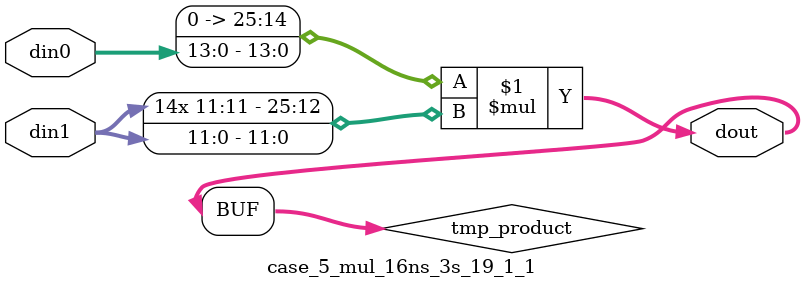
<source format=v>

`timescale 1 ns / 1 ps

 (* use_dsp = "no" *)  module case_5_mul_16ns_3s_19_1_1(din0, din1, dout);
parameter ID = 1;
parameter NUM_STAGE = 0;
parameter din0_WIDTH = 14;
parameter din1_WIDTH = 12;
parameter dout_WIDTH = 26;

input [din0_WIDTH - 1 : 0] din0; 
input [din1_WIDTH - 1 : 0] din1; 
output [dout_WIDTH - 1 : 0] dout;

wire signed [dout_WIDTH - 1 : 0] tmp_product;

























assign tmp_product = $signed({1'b0, din0}) * $signed(din1);










assign dout = tmp_product;





















endmodule

</source>
